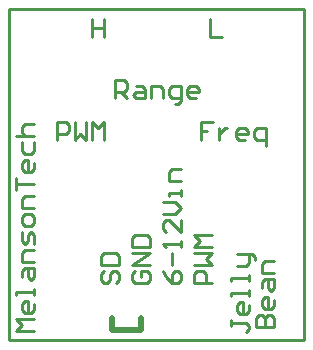
<source format=gto>
G04*
G04 #@! TF.GenerationSoftware,Altium Limited,CircuitStudio,1.5.2 (1.5.2.30)*
G04*
G04 Layer_Color=15065295*
%FSLAX44Y44*%
%MOMM*%
G71*
G01*
G75*
%ADD10C,0.2540*%
%ADD11C,0.5000*%
D10*
X498000Y314400D02*
X482765D01*
Y322017D01*
X485304Y324556D01*
X490383D01*
X492922Y322017D01*
Y314400D01*
X482765Y329635D02*
X498000D01*
X492922Y334713D01*
X498000Y339791D01*
X482765D01*
X498000Y344870D02*
X482765D01*
X487843Y349948D01*
X482765Y355027D01*
X498000D01*
X432971Y324556D02*
X430432Y322017D01*
Y316939D01*
X432971Y314400D01*
X443128D01*
X445667Y316939D01*
Y322017D01*
X443128Y324556D01*
X438049D01*
Y319478D01*
X445667Y329635D02*
X430432D01*
X445667Y339791D01*
X430432D01*
Y344870D02*
X445667D01*
Y352487D01*
X443128Y355027D01*
X432971D01*
X430432Y352487D01*
Y344870D01*
X416500Y470900D02*
Y486135D01*
X424117D01*
X426657Y483596D01*
Y478517D01*
X424117Y475978D01*
X416500D01*
X421578D02*
X426657Y470900D01*
X434274Y481057D02*
X439352D01*
X441892Y478517D01*
Y470900D01*
X434274D01*
X431735Y473439D01*
X434274Y475978D01*
X441892D01*
X446970Y470900D02*
Y481057D01*
X454588D01*
X457127Y478517D01*
Y470900D01*
X467283Y465822D02*
X469823D01*
X472362Y468361D01*
Y481057D01*
X464744D01*
X462205Y478517D01*
Y473439D01*
X464744Y470900D01*
X472362D01*
X485058D02*
X479979D01*
X477440Y473439D01*
Y478517D01*
X479979Y481057D01*
X485058D01*
X487597Y478517D01*
Y475978D01*
X477440D01*
X396710Y537943D02*
Y522707D01*
Y530325D01*
X406867D01*
Y537943D01*
Y522707D01*
X496710Y537943D02*
Y522707D01*
X506867D01*
X367000Y435400D02*
Y450395D01*
X374498D01*
X376997Y447896D01*
Y442897D01*
X374498Y440398D01*
X367000D01*
X381995Y450395D02*
Y435400D01*
X386994Y440398D01*
X391992Y435400D01*
Y450395D01*
X396990Y435400D02*
Y450395D01*
X401989Y445396D01*
X406987Y450395D01*
Y435400D01*
X498997Y450395D02*
X489000D01*
Y442897D01*
X493998D01*
X489000D01*
Y435400D01*
X503995Y445396D02*
Y435400D01*
Y440398D01*
X506494Y442897D01*
X508994Y445396D01*
X511493D01*
X526488Y435400D02*
X521490D01*
X518990Y437899D01*
Y442897D01*
X521490Y445396D01*
X526488D01*
X528987Y442897D01*
Y440398D01*
X518990D01*
X543982Y430401D02*
Y445396D01*
X536485D01*
X533986Y442897D01*
Y437899D01*
X536485Y435400D01*
X543982D01*
X456598Y324556D02*
X459138Y319478D01*
X464216Y314400D01*
X469294D01*
X471833Y316939D01*
Y322017D01*
X469294Y324556D01*
X466755D01*
X464216Y322017D01*
Y314400D01*
Y329635D02*
Y339791D01*
X471833Y344870D02*
Y349948D01*
Y347409D01*
X456598D01*
X459138Y344870D01*
X471833Y367722D02*
Y357566D01*
X461677Y367722D01*
X459138D01*
X456598Y365183D01*
Y360105D01*
X459138Y357566D01*
X456598Y372801D02*
X466755D01*
X471833Y377879D01*
X466755Y382957D01*
X456598D01*
X471833Y388036D02*
Y393114D01*
Y390575D01*
X461677D01*
Y388036D01*
X471833Y400732D02*
X461677D01*
Y408349D01*
X464216Y410888D01*
X471833D01*
X406804Y324556D02*
X404265Y322017D01*
Y316939D01*
X406804Y314400D01*
X409343D01*
X411883Y316939D01*
Y322017D01*
X414422Y324556D01*
X416961D01*
X419500Y322017D01*
Y316939D01*
X416961Y314400D01*
X404265Y329635D02*
X419500D01*
Y337252D01*
X416961Y339791D01*
X406804D01*
X404265Y337252D01*
Y329635D01*
X348000Y273400D02*
X332765D01*
X337843Y278478D01*
X332765Y283556D01*
X348000D01*
Y296252D02*
Y291174D01*
X345461Y288635D01*
X340383D01*
X337843Y291174D01*
Y296252D01*
X340383Y298791D01*
X342922D01*
Y288635D01*
X348000Y303870D02*
Y308948D01*
Y306409D01*
X332765D01*
Y303870D01*
X337843Y319105D02*
Y324183D01*
X340383Y326722D01*
X348000D01*
Y319105D01*
X345461Y316566D01*
X342922Y319105D01*
Y326722D01*
X348000Y331801D02*
X337843D01*
Y339418D01*
X340383Y341958D01*
X348000D01*
Y347036D02*
Y354653D01*
X345461Y357192D01*
X342922Y354653D01*
Y349575D01*
X340383Y347036D01*
X337843Y349575D01*
Y357192D01*
X348000Y364810D02*
Y369888D01*
X345461Y372428D01*
X340383D01*
X337843Y369888D01*
Y364810D01*
X340383Y362271D01*
X345461D01*
X348000Y364810D01*
Y377506D02*
X337843D01*
Y385123D01*
X340383Y387663D01*
X348000D01*
X332765Y392741D02*
Y402898D01*
Y397819D01*
X348000D01*
Y415594D02*
Y410515D01*
X345461Y407976D01*
X340383D01*
X337843Y410515D01*
Y415594D01*
X340383Y418133D01*
X342922D01*
Y407976D01*
X337843Y433368D02*
Y425750D01*
X340383Y423211D01*
X345461D01*
X348000Y425750D01*
Y433368D01*
X332765Y438446D02*
X348000D01*
X340383D01*
X337843Y440985D01*
Y446064D01*
X340383Y448603D01*
X348000D01*
X514265Y282556D02*
Y277478D01*
Y280017D01*
X526961D01*
X529500Y277478D01*
Y274939D01*
X526961Y272400D01*
X529500Y295252D02*
Y290174D01*
X526961Y287635D01*
X521883D01*
X519343Y290174D01*
Y295252D01*
X521883Y297791D01*
X524422D01*
Y287635D01*
X529500Y302870D02*
Y307948D01*
Y305409D01*
X514265D01*
Y302870D01*
X529500Y315566D02*
Y320644D01*
Y318105D01*
X514265D01*
Y315566D01*
X519343Y328261D02*
X526961D01*
X529500Y330801D01*
Y338418D01*
X532039D01*
X534579Y335879D01*
Y333340D01*
X529500Y338418D02*
X519343D01*
X535265Y277400D02*
X550500D01*
Y285017D01*
X547961Y287556D01*
X545422D01*
X542883Y285017D01*
Y277400D01*
Y285017D01*
X540343Y287556D01*
X537804D01*
X535265Y285017D01*
Y277400D01*
X550500Y300252D02*
Y295174D01*
X547961Y292635D01*
X542883D01*
X540343Y295174D01*
Y300252D01*
X542883Y302791D01*
X545422D01*
Y292635D01*
X540343Y310409D02*
Y315487D01*
X542883Y318027D01*
X550500D01*
Y310409D01*
X547961Y307870D01*
X545422Y310409D01*
Y318027D01*
X550500Y323105D02*
X540343D01*
Y330722D01*
X542883Y333262D01*
X550500D01*
X326500Y265900D02*
X576500D01*
Y545900D01*
X326500D02*
X576500D01*
X326500Y265900D02*
Y545900D01*
D11*
X413500Y274400D02*
Y284900D01*
Y274400D02*
X426000D01*
X438500D01*
Y284900D01*
M02*

</source>
